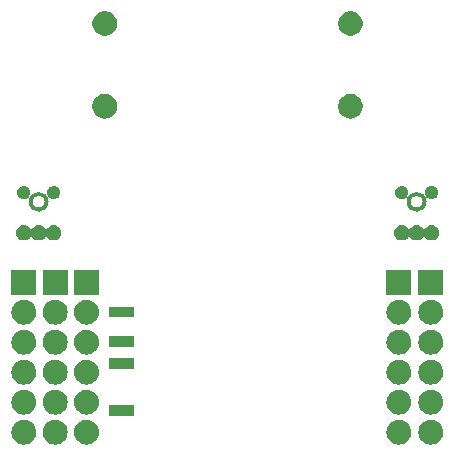
<source format=gbr>
G04 #@! TF.GenerationSoftware,KiCad,Pcbnew,(5.0.1-3-g963ef8bb5)*
G04 #@! TF.CreationDate,2019-01-09T17:43:23-05:00*
G04 #@! TF.ProjectId,Tympan_AIC_Shield,54796D70616E5F4149435F536869656C,rev?*
G04 #@! TF.SameCoordinates,PX6d878d0PY5279480*
G04 #@! TF.FileFunction,Soldermask,Bot*
G04 #@! TF.FilePolarity,Negative*
%FSLAX46Y46*%
G04 Gerber Fmt 4.6, Leading zero omitted, Abs format (unit mm)*
G04 Created by KiCad (PCBNEW (5.0.1-3-g963ef8bb5)) date Wednesday, January 09, 2019 at 05:43:23 PM*
%MOMM*%
%LPD*%
G01*
G04 APERTURE LIST*
%ADD10C,0.300000*%
%ADD11C,0.100000*%
G04 APERTURE END LIST*
D10*
G04 #@! TO.C,MIC2*
X3675250Y21500000D02*
G75*
G03X3675250Y21500000I-675250J0D01*
G01*
G04 #@! TO.C,MIC1*
X35675250Y21500000D02*
G75*
G03X35675250Y21500000I-675250J0D01*
G01*
D11*
G36*
X36328707Y3042404D02*
X36405836Y3034807D01*
X36537787Y2994780D01*
X36603763Y2974767D01*
X36786172Y2877267D01*
X36946054Y2746054D01*
X37077267Y2586172D01*
X37174767Y2403763D01*
X37174767Y2403762D01*
X37234807Y2205836D01*
X37255080Y2000000D01*
X37234807Y1794164D01*
X37194780Y1662213D01*
X37174767Y1596237D01*
X37077267Y1413828D01*
X36946054Y1253946D01*
X36786172Y1122733D01*
X36603763Y1025233D01*
X36537787Y1005220D01*
X36405836Y965193D01*
X36328707Y957597D01*
X36251580Y950000D01*
X36148420Y950000D01*
X36071293Y957597D01*
X35994164Y965193D01*
X35862213Y1005220D01*
X35796237Y1025233D01*
X35613828Y1122733D01*
X35453946Y1253946D01*
X35322733Y1413828D01*
X35225233Y1596237D01*
X35205220Y1662213D01*
X35165193Y1794164D01*
X35144920Y2000000D01*
X35165193Y2205836D01*
X35225233Y2403762D01*
X35225233Y2403763D01*
X35322733Y2586172D01*
X35453946Y2746054D01*
X35613828Y2877267D01*
X35796237Y2974767D01*
X35862213Y2994780D01*
X35994164Y3034807D01*
X36071293Y3042404D01*
X36148420Y3050000D01*
X36251580Y3050000D01*
X36328707Y3042404D01*
X36328707Y3042404D01*
G37*
G36*
X33628707Y3042404D02*
X33705836Y3034807D01*
X33837787Y2994780D01*
X33903763Y2974767D01*
X34086172Y2877267D01*
X34246054Y2746054D01*
X34377267Y2586172D01*
X34474767Y2403763D01*
X34474767Y2403762D01*
X34534807Y2205836D01*
X34555080Y2000000D01*
X34534807Y1794164D01*
X34494780Y1662213D01*
X34474767Y1596237D01*
X34377267Y1413828D01*
X34246054Y1253946D01*
X34086172Y1122733D01*
X33903763Y1025233D01*
X33837787Y1005220D01*
X33705836Y965193D01*
X33628707Y957597D01*
X33551580Y950000D01*
X33448420Y950000D01*
X33371293Y957597D01*
X33294164Y965193D01*
X33162213Y1005220D01*
X33096237Y1025233D01*
X32913828Y1122733D01*
X32753946Y1253946D01*
X32622733Y1413828D01*
X32525233Y1596237D01*
X32505220Y1662213D01*
X32465193Y1794164D01*
X32444920Y2000000D01*
X32465193Y2205836D01*
X32525233Y2403762D01*
X32525233Y2403763D01*
X32622733Y2586172D01*
X32753946Y2746054D01*
X32913828Y2877267D01*
X33096237Y2974767D01*
X33162213Y2994780D01*
X33294164Y3034807D01*
X33371293Y3042404D01*
X33448420Y3050000D01*
X33551580Y3050000D01*
X33628707Y3042404D01*
X33628707Y3042404D01*
G37*
G36*
X7178707Y3042404D02*
X7255836Y3034807D01*
X7387787Y2994780D01*
X7453763Y2974767D01*
X7636172Y2877267D01*
X7796054Y2746054D01*
X7927267Y2586172D01*
X8024767Y2403763D01*
X8024767Y2403762D01*
X8084807Y2205836D01*
X8105080Y2000000D01*
X8084807Y1794164D01*
X8044780Y1662213D01*
X8024767Y1596237D01*
X7927267Y1413828D01*
X7796054Y1253946D01*
X7636172Y1122733D01*
X7453763Y1025233D01*
X7387787Y1005220D01*
X7255836Y965193D01*
X7178707Y957597D01*
X7101580Y950000D01*
X6998420Y950000D01*
X6921293Y957597D01*
X6844164Y965193D01*
X6712213Y1005220D01*
X6646237Y1025233D01*
X6463828Y1122733D01*
X6303946Y1253946D01*
X6172733Y1413828D01*
X6075233Y1596237D01*
X6055220Y1662213D01*
X6015193Y1794164D01*
X5994920Y2000000D01*
X6015193Y2205836D01*
X6075233Y2403762D01*
X6075233Y2403763D01*
X6172733Y2586172D01*
X6303946Y2746054D01*
X6463828Y2877267D01*
X6646237Y2974767D01*
X6712213Y2994780D01*
X6844164Y3034807D01*
X6921293Y3042404D01*
X6998420Y3050000D01*
X7101580Y3050000D01*
X7178707Y3042404D01*
X7178707Y3042404D01*
G37*
G36*
X4528707Y3042404D02*
X4605836Y3034807D01*
X4737787Y2994780D01*
X4803763Y2974767D01*
X4986172Y2877267D01*
X5146054Y2746054D01*
X5277267Y2586172D01*
X5374767Y2403763D01*
X5374767Y2403762D01*
X5434807Y2205836D01*
X5455080Y2000000D01*
X5434807Y1794164D01*
X5394780Y1662213D01*
X5374767Y1596237D01*
X5277267Y1413828D01*
X5146054Y1253946D01*
X4986172Y1122733D01*
X4803763Y1025233D01*
X4737787Y1005220D01*
X4605836Y965193D01*
X4528707Y957597D01*
X4451580Y950000D01*
X4348420Y950000D01*
X4271293Y957597D01*
X4194164Y965193D01*
X4062213Y1005220D01*
X3996237Y1025233D01*
X3813828Y1122733D01*
X3653946Y1253946D01*
X3522733Y1413828D01*
X3425233Y1596237D01*
X3405220Y1662213D01*
X3365193Y1794164D01*
X3344920Y2000000D01*
X3365193Y2205836D01*
X3425233Y2403762D01*
X3425233Y2403763D01*
X3522733Y2586172D01*
X3653946Y2746054D01*
X3813828Y2877267D01*
X3996237Y2974767D01*
X4062213Y2994780D01*
X4194164Y3034807D01*
X4271293Y3042404D01*
X4348420Y3050000D01*
X4451580Y3050000D01*
X4528707Y3042404D01*
X4528707Y3042404D01*
G37*
G36*
X1878707Y3042404D02*
X1955836Y3034807D01*
X2087787Y2994780D01*
X2153763Y2974767D01*
X2336172Y2877267D01*
X2496054Y2746054D01*
X2627267Y2586172D01*
X2724767Y2403763D01*
X2724767Y2403762D01*
X2784807Y2205836D01*
X2805080Y2000000D01*
X2784807Y1794164D01*
X2744780Y1662213D01*
X2724767Y1596237D01*
X2627267Y1413828D01*
X2496054Y1253946D01*
X2336172Y1122733D01*
X2153763Y1025233D01*
X2087787Y1005220D01*
X1955836Y965193D01*
X1878707Y957597D01*
X1801580Y950000D01*
X1698420Y950000D01*
X1621293Y957597D01*
X1544164Y965193D01*
X1412213Y1005220D01*
X1346237Y1025233D01*
X1163828Y1122733D01*
X1003946Y1253946D01*
X872733Y1413828D01*
X775233Y1596237D01*
X755220Y1662213D01*
X715193Y1794164D01*
X694920Y2000000D01*
X715193Y2205836D01*
X775233Y2403762D01*
X775233Y2403763D01*
X872733Y2586172D01*
X1003946Y2746054D01*
X1163828Y2877267D01*
X1346237Y2974767D01*
X1412213Y2994780D01*
X1544164Y3034807D01*
X1621293Y3042404D01*
X1698420Y3050000D01*
X1801580Y3050000D01*
X1878707Y3042404D01*
X1878707Y3042404D01*
G37*
G36*
X11050000Y3400000D02*
X8950000Y3400000D01*
X8950000Y4300000D01*
X11050000Y4300000D01*
X11050000Y3400000D01*
X11050000Y3400000D01*
G37*
G36*
X36328707Y5582403D02*
X36405836Y5574807D01*
X36537787Y5534780D01*
X36603763Y5514767D01*
X36786172Y5417267D01*
X36946054Y5286054D01*
X37077267Y5126172D01*
X37174767Y4943763D01*
X37174767Y4943762D01*
X37234807Y4745836D01*
X37255080Y4540000D01*
X37234807Y4334164D01*
X37224443Y4300000D01*
X37174767Y4136237D01*
X37077267Y3953828D01*
X36946054Y3793946D01*
X36786172Y3662733D01*
X36603763Y3565233D01*
X36537787Y3545220D01*
X36405836Y3505193D01*
X36328707Y3497597D01*
X36251580Y3490000D01*
X36148420Y3490000D01*
X36071293Y3497597D01*
X35994164Y3505193D01*
X35862213Y3545220D01*
X35796237Y3565233D01*
X35613828Y3662733D01*
X35453946Y3793946D01*
X35322733Y3953828D01*
X35225233Y4136237D01*
X35175557Y4300000D01*
X35165193Y4334164D01*
X35144920Y4540000D01*
X35165193Y4745836D01*
X35225233Y4943762D01*
X35225233Y4943763D01*
X35322733Y5126172D01*
X35453946Y5286054D01*
X35613828Y5417267D01*
X35796237Y5514767D01*
X35862213Y5534780D01*
X35994164Y5574807D01*
X36071293Y5582403D01*
X36148420Y5590000D01*
X36251580Y5590000D01*
X36328707Y5582403D01*
X36328707Y5582403D01*
G37*
G36*
X33628707Y5582403D02*
X33705836Y5574807D01*
X33837787Y5534780D01*
X33903763Y5514767D01*
X34086172Y5417267D01*
X34246054Y5286054D01*
X34377267Y5126172D01*
X34474767Y4943763D01*
X34474767Y4943762D01*
X34534807Y4745836D01*
X34555080Y4540000D01*
X34534807Y4334164D01*
X34524443Y4300000D01*
X34474767Y4136237D01*
X34377267Y3953828D01*
X34246054Y3793946D01*
X34086172Y3662733D01*
X33903763Y3565233D01*
X33837787Y3545220D01*
X33705836Y3505193D01*
X33628707Y3497597D01*
X33551580Y3490000D01*
X33448420Y3490000D01*
X33371293Y3497597D01*
X33294164Y3505193D01*
X33162213Y3545220D01*
X33096237Y3565233D01*
X32913828Y3662733D01*
X32753946Y3793946D01*
X32622733Y3953828D01*
X32525233Y4136237D01*
X32475557Y4300000D01*
X32465193Y4334164D01*
X32444920Y4540000D01*
X32465193Y4745836D01*
X32525233Y4943762D01*
X32525233Y4943763D01*
X32622733Y5126172D01*
X32753946Y5286054D01*
X32913828Y5417267D01*
X33096237Y5514767D01*
X33162213Y5534780D01*
X33294164Y5574807D01*
X33371293Y5582403D01*
X33448420Y5590000D01*
X33551580Y5590000D01*
X33628707Y5582403D01*
X33628707Y5582403D01*
G37*
G36*
X7178707Y5582403D02*
X7255836Y5574807D01*
X7387787Y5534780D01*
X7453763Y5514767D01*
X7636172Y5417267D01*
X7796054Y5286054D01*
X7927267Y5126172D01*
X8024767Y4943763D01*
X8024767Y4943762D01*
X8084807Y4745836D01*
X8105080Y4540000D01*
X8084807Y4334164D01*
X8074443Y4300000D01*
X8024767Y4136237D01*
X7927267Y3953828D01*
X7796054Y3793946D01*
X7636172Y3662733D01*
X7453763Y3565233D01*
X7387787Y3545220D01*
X7255836Y3505193D01*
X7178707Y3497597D01*
X7101580Y3490000D01*
X6998420Y3490000D01*
X6921293Y3497597D01*
X6844164Y3505193D01*
X6712213Y3545220D01*
X6646237Y3565233D01*
X6463828Y3662733D01*
X6303946Y3793946D01*
X6172733Y3953828D01*
X6075233Y4136237D01*
X6025557Y4300000D01*
X6015193Y4334164D01*
X5994920Y4540000D01*
X6015193Y4745836D01*
X6075233Y4943762D01*
X6075233Y4943763D01*
X6172733Y5126172D01*
X6303946Y5286054D01*
X6463828Y5417267D01*
X6646237Y5514767D01*
X6712213Y5534780D01*
X6844164Y5574807D01*
X6921293Y5582403D01*
X6998420Y5590000D01*
X7101580Y5590000D01*
X7178707Y5582403D01*
X7178707Y5582403D01*
G37*
G36*
X4528707Y5582403D02*
X4605836Y5574807D01*
X4737787Y5534780D01*
X4803763Y5514767D01*
X4986172Y5417267D01*
X5146054Y5286054D01*
X5277267Y5126172D01*
X5374767Y4943763D01*
X5374767Y4943762D01*
X5434807Y4745836D01*
X5455080Y4540000D01*
X5434807Y4334164D01*
X5424443Y4300000D01*
X5374767Y4136237D01*
X5277267Y3953828D01*
X5146054Y3793946D01*
X4986172Y3662733D01*
X4803763Y3565233D01*
X4737787Y3545220D01*
X4605836Y3505193D01*
X4528707Y3497597D01*
X4451580Y3490000D01*
X4348420Y3490000D01*
X4271293Y3497597D01*
X4194164Y3505193D01*
X4062213Y3545220D01*
X3996237Y3565233D01*
X3813828Y3662733D01*
X3653946Y3793946D01*
X3522733Y3953828D01*
X3425233Y4136237D01*
X3375557Y4300000D01*
X3365193Y4334164D01*
X3344920Y4540000D01*
X3365193Y4745836D01*
X3425233Y4943762D01*
X3425233Y4943763D01*
X3522733Y5126172D01*
X3653946Y5286054D01*
X3813828Y5417267D01*
X3996237Y5514767D01*
X4062213Y5534780D01*
X4194164Y5574807D01*
X4271293Y5582403D01*
X4348420Y5590000D01*
X4451580Y5590000D01*
X4528707Y5582403D01*
X4528707Y5582403D01*
G37*
G36*
X1878707Y5582403D02*
X1955836Y5574807D01*
X2087787Y5534780D01*
X2153763Y5514767D01*
X2336172Y5417267D01*
X2496054Y5286054D01*
X2627267Y5126172D01*
X2724767Y4943763D01*
X2724767Y4943762D01*
X2784807Y4745836D01*
X2805080Y4540000D01*
X2784807Y4334164D01*
X2774443Y4300000D01*
X2724767Y4136237D01*
X2627267Y3953828D01*
X2496054Y3793946D01*
X2336172Y3662733D01*
X2153763Y3565233D01*
X2087787Y3545220D01*
X1955836Y3505193D01*
X1878707Y3497597D01*
X1801580Y3490000D01*
X1698420Y3490000D01*
X1621293Y3497597D01*
X1544164Y3505193D01*
X1412213Y3545220D01*
X1346237Y3565233D01*
X1163828Y3662733D01*
X1003946Y3793946D01*
X872733Y3953828D01*
X775233Y4136237D01*
X725557Y4300000D01*
X715193Y4334164D01*
X694920Y4540000D01*
X715193Y4745836D01*
X775233Y4943762D01*
X775233Y4943763D01*
X872733Y5126172D01*
X1003946Y5286054D01*
X1163828Y5417267D01*
X1346237Y5514767D01*
X1412213Y5534780D01*
X1544164Y5574807D01*
X1621293Y5582403D01*
X1698420Y5590000D01*
X1801580Y5590000D01*
X1878707Y5582403D01*
X1878707Y5582403D01*
G37*
G36*
X36328707Y8122403D02*
X36405836Y8114807D01*
X36537787Y8074780D01*
X36603763Y8054767D01*
X36786172Y7957267D01*
X36946054Y7826054D01*
X37077267Y7666172D01*
X37174767Y7483763D01*
X37174767Y7483762D01*
X37234807Y7285836D01*
X37255080Y7080000D01*
X37234807Y6874164D01*
X37194780Y6742213D01*
X37174767Y6676237D01*
X37077267Y6493828D01*
X36946054Y6333946D01*
X36786172Y6202733D01*
X36603763Y6105233D01*
X36537787Y6085220D01*
X36405836Y6045193D01*
X36328707Y6037596D01*
X36251580Y6030000D01*
X36148420Y6030000D01*
X36071293Y6037596D01*
X35994164Y6045193D01*
X35862213Y6085220D01*
X35796237Y6105233D01*
X35613828Y6202733D01*
X35453946Y6333946D01*
X35322733Y6493828D01*
X35225233Y6676237D01*
X35205220Y6742213D01*
X35165193Y6874164D01*
X35144920Y7080000D01*
X35165193Y7285836D01*
X35225233Y7483762D01*
X35225233Y7483763D01*
X35322733Y7666172D01*
X35453946Y7826054D01*
X35613828Y7957267D01*
X35796237Y8054767D01*
X35862213Y8074780D01*
X35994164Y8114807D01*
X36071293Y8122403D01*
X36148420Y8130000D01*
X36251580Y8130000D01*
X36328707Y8122403D01*
X36328707Y8122403D01*
G37*
G36*
X4528707Y8122403D02*
X4605836Y8114807D01*
X4737787Y8074780D01*
X4803763Y8054767D01*
X4986172Y7957267D01*
X5146054Y7826054D01*
X5277267Y7666172D01*
X5374767Y7483763D01*
X5374767Y7483762D01*
X5434807Y7285836D01*
X5455080Y7080000D01*
X5434807Y6874164D01*
X5394780Y6742213D01*
X5374767Y6676237D01*
X5277267Y6493828D01*
X5146054Y6333946D01*
X4986172Y6202733D01*
X4803763Y6105233D01*
X4737787Y6085220D01*
X4605836Y6045193D01*
X4528707Y6037596D01*
X4451580Y6030000D01*
X4348420Y6030000D01*
X4271293Y6037596D01*
X4194164Y6045193D01*
X4062213Y6085220D01*
X3996237Y6105233D01*
X3813828Y6202733D01*
X3653946Y6333946D01*
X3522733Y6493828D01*
X3425233Y6676237D01*
X3405220Y6742213D01*
X3365193Y6874164D01*
X3344920Y7080000D01*
X3365193Y7285836D01*
X3425233Y7483762D01*
X3425233Y7483763D01*
X3522733Y7666172D01*
X3653946Y7826054D01*
X3813828Y7957267D01*
X3996237Y8054767D01*
X4062213Y8074780D01*
X4194164Y8114807D01*
X4271293Y8122403D01*
X4348420Y8130000D01*
X4451580Y8130000D01*
X4528707Y8122403D01*
X4528707Y8122403D01*
G37*
G36*
X33628707Y8122403D02*
X33705836Y8114807D01*
X33837787Y8074780D01*
X33903763Y8054767D01*
X34086172Y7957267D01*
X34246054Y7826054D01*
X34377267Y7666172D01*
X34474767Y7483763D01*
X34474767Y7483762D01*
X34534807Y7285836D01*
X34555080Y7080000D01*
X34534807Y6874164D01*
X34494780Y6742213D01*
X34474767Y6676237D01*
X34377267Y6493828D01*
X34246054Y6333946D01*
X34086172Y6202733D01*
X33903763Y6105233D01*
X33837787Y6085220D01*
X33705836Y6045193D01*
X33628707Y6037596D01*
X33551580Y6030000D01*
X33448420Y6030000D01*
X33371293Y6037596D01*
X33294164Y6045193D01*
X33162213Y6085220D01*
X33096237Y6105233D01*
X32913828Y6202733D01*
X32753946Y6333946D01*
X32622733Y6493828D01*
X32525233Y6676237D01*
X32505220Y6742213D01*
X32465193Y6874164D01*
X32444920Y7080000D01*
X32465193Y7285836D01*
X32525233Y7483762D01*
X32525233Y7483763D01*
X32622733Y7666172D01*
X32753946Y7826054D01*
X32913828Y7957267D01*
X33096237Y8054767D01*
X33162213Y8074780D01*
X33294164Y8114807D01*
X33371293Y8122403D01*
X33448420Y8130000D01*
X33551580Y8130000D01*
X33628707Y8122403D01*
X33628707Y8122403D01*
G37*
G36*
X7178707Y8122403D02*
X7255836Y8114807D01*
X7387787Y8074780D01*
X7453763Y8054767D01*
X7636172Y7957267D01*
X7796054Y7826054D01*
X7927267Y7666172D01*
X8024767Y7483763D01*
X8024767Y7483762D01*
X8084807Y7285836D01*
X8105080Y7080000D01*
X8084807Y6874164D01*
X8044780Y6742213D01*
X8024767Y6676237D01*
X7927267Y6493828D01*
X7796054Y6333946D01*
X7636172Y6202733D01*
X7453763Y6105233D01*
X7387787Y6085220D01*
X7255836Y6045193D01*
X7178707Y6037596D01*
X7101580Y6030000D01*
X6998420Y6030000D01*
X6921293Y6037596D01*
X6844164Y6045193D01*
X6712213Y6085220D01*
X6646237Y6105233D01*
X6463828Y6202733D01*
X6303946Y6333946D01*
X6172733Y6493828D01*
X6075233Y6676237D01*
X6055220Y6742213D01*
X6015193Y6874164D01*
X5994920Y7080000D01*
X6015193Y7285836D01*
X6075233Y7483762D01*
X6075233Y7483763D01*
X6172733Y7666172D01*
X6303946Y7826054D01*
X6463828Y7957267D01*
X6646237Y8054767D01*
X6712213Y8074780D01*
X6844164Y8114807D01*
X6921293Y8122403D01*
X6998420Y8130000D01*
X7101580Y8130000D01*
X7178707Y8122403D01*
X7178707Y8122403D01*
G37*
G36*
X1878707Y8122403D02*
X1955836Y8114807D01*
X2087787Y8074780D01*
X2153763Y8054767D01*
X2336172Y7957267D01*
X2496054Y7826054D01*
X2627267Y7666172D01*
X2724767Y7483763D01*
X2724767Y7483762D01*
X2784807Y7285836D01*
X2805080Y7080000D01*
X2784807Y6874164D01*
X2744780Y6742213D01*
X2724767Y6676237D01*
X2627267Y6493828D01*
X2496054Y6333946D01*
X2336172Y6202733D01*
X2153763Y6105233D01*
X2087787Y6085220D01*
X1955836Y6045193D01*
X1878707Y6037596D01*
X1801580Y6030000D01*
X1698420Y6030000D01*
X1621293Y6037596D01*
X1544164Y6045193D01*
X1412213Y6085220D01*
X1346237Y6105233D01*
X1163828Y6202733D01*
X1003946Y6333946D01*
X872733Y6493828D01*
X775233Y6676237D01*
X755220Y6742213D01*
X715193Y6874164D01*
X694920Y7080000D01*
X715193Y7285836D01*
X775233Y7483762D01*
X775233Y7483763D01*
X872733Y7666172D01*
X1003946Y7826054D01*
X1163828Y7957267D01*
X1346237Y8054767D01*
X1412213Y8074780D01*
X1544164Y8114807D01*
X1621293Y8122403D01*
X1698420Y8130000D01*
X1801580Y8130000D01*
X1878707Y8122403D01*
X1878707Y8122403D01*
G37*
G36*
X11050000Y7375000D02*
X8950000Y7375000D01*
X8950000Y8275000D01*
X11050000Y8275000D01*
X11050000Y7375000D01*
X11050000Y7375000D01*
G37*
G36*
X33628707Y10662403D02*
X33705836Y10654807D01*
X33837787Y10614780D01*
X33903763Y10594767D01*
X34086172Y10497267D01*
X34246054Y10366054D01*
X34377267Y10206172D01*
X34474767Y10023763D01*
X34474767Y10023762D01*
X34534807Y9825836D01*
X34555080Y9620000D01*
X34534807Y9414164D01*
X34494780Y9282213D01*
X34474767Y9216237D01*
X34377267Y9033828D01*
X34246054Y8873946D01*
X34086172Y8742733D01*
X33903763Y8645233D01*
X33837787Y8625220D01*
X33705836Y8585193D01*
X33628707Y8577597D01*
X33551580Y8570000D01*
X33448420Y8570000D01*
X33371293Y8577597D01*
X33294164Y8585193D01*
X33162213Y8625220D01*
X33096237Y8645233D01*
X32913828Y8742733D01*
X32753946Y8873946D01*
X32622733Y9033828D01*
X32525233Y9216237D01*
X32505220Y9282213D01*
X32465193Y9414164D01*
X32444920Y9620000D01*
X32465193Y9825836D01*
X32525233Y10023762D01*
X32525233Y10023763D01*
X32622733Y10206172D01*
X32753946Y10366054D01*
X32913828Y10497267D01*
X33096237Y10594767D01*
X33162213Y10614780D01*
X33294164Y10654807D01*
X33371293Y10662403D01*
X33448420Y10670000D01*
X33551580Y10670000D01*
X33628707Y10662403D01*
X33628707Y10662403D01*
G37*
G36*
X1878707Y10662403D02*
X1955836Y10654807D01*
X2087787Y10614780D01*
X2153763Y10594767D01*
X2336172Y10497267D01*
X2496054Y10366054D01*
X2627267Y10206172D01*
X2724767Y10023763D01*
X2724767Y10023762D01*
X2784807Y9825836D01*
X2805080Y9620000D01*
X2784807Y9414164D01*
X2744780Y9282213D01*
X2724767Y9216237D01*
X2627267Y9033828D01*
X2496054Y8873946D01*
X2336172Y8742733D01*
X2153763Y8645233D01*
X2087787Y8625220D01*
X1955836Y8585193D01*
X1878707Y8577597D01*
X1801580Y8570000D01*
X1698420Y8570000D01*
X1621293Y8577597D01*
X1544164Y8585193D01*
X1412213Y8625220D01*
X1346237Y8645233D01*
X1163828Y8742733D01*
X1003946Y8873946D01*
X872733Y9033828D01*
X775233Y9216237D01*
X755220Y9282213D01*
X715193Y9414164D01*
X694920Y9620000D01*
X715193Y9825836D01*
X775233Y10023762D01*
X775233Y10023763D01*
X872733Y10206172D01*
X1003946Y10366054D01*
X1163828Y10497267D01*
X1346237Y10594767D01*
X1412213Y10614780D01*
X1544164Y10654807D01*
X1621293Y10662403D01*
X1698420Y10670000D01*
X1801580Y10670000D01*
X1878707Y10662403D01*
X1878707Y10662403D01*
G37*
G36*
X7178707Y10662403D02*
X7255836Y10654807D01*
X7387787Y10614780D01*
X7453763Y10594767D01*
X7636172Y10497267D01*
X7796054Y10366054D01*
X7927267Y10206172D01*
X8024767Y10023763D01*
X8024767Y10023762D01*
X8084807Y9825836D01*
X8105080Y9620000D01*
X8084807Y9414164D01*
X8044780Y9282213D01*
X8024767Y9216237D01*
X7927267Y9033828D01*
X7796054Y8873946D01*
X7636172Y8742733D01*
X7453763Y8645233D01*
X7387787Y8625220D01*
X7255836Y8585193D01*
X7178707Y8577597D01*
X7101580Y8570000D01*
X6998420Y8570000D01*
X6921293Y8577597D01*
X6844164Y8585193D01*
X6712213Y8625220D01*
X6646237Y8645233D01*
X6463828Y8742733D01*
X6303946Y8873946D01*
X6172733Y9033828D01*
X6075233Y9216237D01*
X6055220Y9282213D01*
X6015193Y9414164D01*
X5994920Y9620000D01*
X6015193Y9825836D01*
X6075233Y10023762D01*
X6075233Y10023763D01*
X6172733Y10206172D01*
X6303946Y10366054D01*
X6463828Y10497267D01*
X6646237Y10594767D01*
X6712213Y10614780D01*
X6844164Y10654807D01*
X6921293Y10662403D01*
X6998420Y10670000D01*
X7101580Y10670000D01*
X7178707Y10662403D01*
X7178707Y10662403D01*
G37*
G36*
X4528707Y10662403D02*
X4605836Y10654807D01*
X4737787Y10614780D01*
X4803763Y10594767D01*
X4986172Y10497267D01*
X5146054Y10366054D01*
X5277267Y10206172D01*
X5374767Y10023763D01*
X5374767Y10023762D01*
X5434807Y9825836D01*
X5455080Y9620000D01*
X5434807Y9414164D01*
X5394780Y9282213D01*
X5374767Y9216237D01*
X5277267Y9033828D01*
X5146054Y8873946D01*
X4986172Y8742733D01*
X4803763Y8645233D01*
X4737787Y8625220D01*
X4605836Y8585193D01*
X4528707Y8577597D01*
X4451580Y8570000D01*
X4348420Y8570000D01*
X4271293Y8577597D01*
X4194164Y8585193D01*
X4062213Y8625220D01*
X3996237Y8645233D01*
X3813828Y8742733D01*
X3653946Y8873946D01*
X3522733Y9033828D01*
X3425233Y9216237D01*
X3405220Y9282213D01*
X3365193Y9414164D01*
X3344920Y9620000D01*
X3365193Y9825836D01*
X3425233Y10023762D01*
X3425233Y10023763D01*
X3522733Y10206172D01*
X3653946Y10366054D01*
X3813828Y10497267D01*
X3996237Y10594767D01*
X4062213Y10614780D01*
X4194164Y10654807D01*
X4271293Y10662403D01*
X4348420Y10670000D01*
X4451580Y10670000D01*
X4528707Y10662403D01*
X4528707Y10662403D01*
G37*
G36*
X36328707Y10662403D02*
X36405836Y10654807D01*
X36537787Y10614780D01*
X36603763Y10594767D01*
X36786172Y10497267D01*
X36946054Y10366054D01*
X37077267Y10206172D01*
X37174767Y10023763D01*
X37174767Y10023762D01*
X37234807Y9825836D01*
X37255080Y9620000D01*
X37234807Y9414164D01*
X37194780Y9282213D01*
X37174767Y9216237D01*
X37077267Y9033828D01*
X36946054Y8873946D01*
X36786172Y8742733D01*
X36603763Y8645233D01*
X36537787Y8625220D01*
X36405836Y8585193D01*
X36328707Y8577597D01*
X36251580Y8570000D01*
X36148420Y8570000D01*
X36071293Y8577597D01*
X35994164Y8585193D01*
X35862213Y8625220D01*
X35796237Y8645233D01*
X35613828Y8742733D01*
X35453946Y8873946D01*
X35322733Y9033828D01*
X35225233Y9216237D01*
X35205220Y9282213D01*
X35165193Y9414164D01*
X35144920Y9620000D01*
X35165193Y9825836D01*
X35225233Y10023762D01*
X35225233Y10023763D01*
X35322733Y10206172D01*
X35453946Y10366054D01*
X35613828Y10497267D01*
X35796237Y10594767D01*
X35862213Y10614780D01*
X35994164Y10654807D01*
X36071293Y10662403D01*
X36148420Y10670000D01*
X36251580Y10670000D01*
X36328707Y10662403D01*
X36328707Y10662403D01*
G37*
G36*
X11050000Y9200000D02*
X8950000Y9200000D01*
X8950000Y10100000D01*
X11050000Y10100000D01*
X11050000Y9200000D01*
X11050000Y9200000D01*
G37*
G36*
X33628707Y13202403D02*
X33705836Y13194807D01*
X33837787Y13154780D01*
X33903763Y13134767D01*
X34086172Y13037267D01*
X34246054Y12906054D01*
X34377267Y12746172D01*
X34474767Y12563763D01*
X34474767Y12563762D01*
X34534807Y12365836D01*
X34555080Y12160000D01*
X34534807Y11954164D01*
X34494780Y11822213D01*
X34474767Y11756237D01*
X34377267Y11573828D01*
X34246054Y11413946D01*
X34086172Y11282733D01*
X33903763Y11185233D01*
X33837787Y11165220D01*
X33705836Y11125193D01*
X33628707Y11117596D01*
X33551580Y11110000D01*
X33448420Y11110000D01*
X33371293Y11117596D01*
X33294164Y11125193D01*
X33162213Y11165220D01*
X33096237Y11185233D01*
X32913828Y11282733D01*
X32753946Y11413946D01*
X32622733Y11573828D01*
X32525233Y11756237D01*
X32505220Y11822213D01*
X32465193Y11954164D01*
X32444920Y12160000D01*
X32465193Y12365836D01*
X32525233Y12563762D01*
X32525233Y12563763D01*
X32622733Y12746172D01*
X32753946Y12906054D01*
X32913828Y13037267D01*
X33096237Y13134767D01*
X33162213Y13154780D01*
X33294164Y13194807D01*
X33371293Y13202403D01*
X33448420Y13210000D01*
X33551580Y13210000D01*
X33628707Y13202403D01*
X33628707Y13202403D01*
G37*
G36*
X1878707Y13202403D02*
X1955836Y13194807D01*
X2087787Y13154780D01*
X2153763Y13134767D01*
X2336172Y13037267D01*
X2496054Y12906054D01*
X2627267Y12746172D01*
X2724767Y12563763D01*
X2724767Y12563762D01*
X2784807Y12365836D01*
X2805080Y12160000D01*
X2784807Y11954164D01*
X2744780Y11822213D01*
X2724767Y11756237D01*
X2627267Y11573828D01*
X2496054Y11413946D01*
X2336172Y11282733D01*
X2153763Y11185233D01*
X2087787Y11165220D01*
X1955836Y11125193D01*
X1878707Y11117596D01*
X1801580Y11110000D01*
X1698420Y11110000D01*
X1621293Y11117596D01*
X1544164Y11125193D01*
X1412213Y11165220D01*
X1346237Y11185233D01*
X1163828Y11282733D01*
X1003946Y11413946D01*
X872733Y11573828D01*
X775233Y11756237D01*
X755220Y11822213D01*
X715193Y11954164D01*
X694920Y12160000D01*
X715193Y12365836D01*
X775233Y12563762D01*
X775233Y12563763D01*
X872733Y12746172D01*
X1003946Y12906054D01*
X1163828Y13037267D01*
X1346237Y13134767D01*
X1412213Y13154780D01*
X1544164Y13194807D01*
X1621293Y13202403D01*
X1698420Y13210000D01*
X1801580Y13210000D01*
X1878707Y13202403D01*
X1878707Y13202403D01*
G37*
G36*
X7178707Y13202403D02*
X7255836Y13194807D01*
X7387787Y13154780D01*
X7453763Y13134767D01*
X7636172Y13037267D01*
X7796054Y12906054D01*
X7927267Y12746172D01*
X8024767Y12563763D01*
X8024767Y12563762D01*
X8084807Y12365836D01*
X8105080Y12160000D01*
X8084807Y11954164D01*
X8044780Y11822213D01*
X8024767Y11756237D01*
X7927267Y11573828D01*
X7796054Y11413946D01*
X7636172Y11282733D01*
X7453763Y11185233D01*
X7387787Y11165220D01*
X7255836Y11125193D01*
X7178707Y11117596D01*
X7101580Y11110000D01*
X6998420Y11110000D01*
X6921293Y11117596D01*
X6844164Y11125193D01*
X6712213Y11165220D01*
X6646237Y11185233D01*
X6463828Y11282733D01*
X6303946Y11413946D01*
X6172733Y11573828D01*
X6075233Y11756237D01*
X6055220Y11822213D01*
X6015193Y11954164D01*
X5994920Y12160000D01*
X6015193Y12365836D01*
X6075233Y12563762D01*
X6075233Y12563763D01*
X6172733Y12746172D01*
X6303946Y12906054D01*
X6463828Y13037267D01*
X6646237Y13134767D01*
X6712213Y13154780D01*
X6844164Y13194807D01*
X6921293Y13202403D01*
X6998420Y13210000D01*
X7101580Y13210000D01*
X7178707Y13202403D01*
X7178707Y13202403D01*
G37*
G36*
X4528707Y13202403D02*
X4605836Y13194807D01*
X4737787Y13154780D01*
X4803763Y13134767D01*
X4986172Y13037267D01*
X5146054Y12906054D01*
X5277267Y12746172D01*
X5374767Y12563763D01*
X5374767Y12563762D01*
X5434807Y12365836D01*
X5455080Y12160000D01*
X5434807Y11954164D01*
X5394780Y11822213D01*
X5374767Y11756237D01*
X5277267Y11573828D01*
X5146054Y11413946D01*
X4986172Y11282733D01*
X4803763Y11185233D01*
X4737787Y11165220D01*
X4605836Y11125193D01*
X4528707Y11117596D01*
X4451580Y11110000D01*
X4348420Y11110000D01*
X4271293Y11117596D01*
X4194164Y11125193D01*
X4062213Y11165220D01*
X3996237Y11185233D01*
X3813828Y11282733D01*
X3653946Y11413946D01*
X3522733Y11573828D01*
X3425233Y11756237D01*
X3405220Y11822213D01*
X3365193Y11954164D01*
X3344920Y12160000D01*
X3365193Y12365836D01*
X3425233Y12563762D01*
X3425233Y12563763D01*
X3522733Y12746172D01*
X3653946Y12906054D01*
X3813828Y13037267D01*
X3996237Y13134767D01*
X4062213Y13154780D01*
X4194164Y13194807D01*
X4271293Y13202403D01*
X4348420Y13210000D01*
X4451580Y13210000D01*
X4528707Y13202403D01*
X4528707Y13202403D01*
G37*
G36*
X36328707Y13202403D02*
X36405836Y13194807D01*
X36537787Y13154780D01*
X36603763Y13134767D01*
X36786172Y13037267D01*
X36946054Y12906054D01*
X37077267Y12746172D01*
X37174767Y12563763D01*
X37174767Y12563762D01*
X37234807Y12365836D01*
X37255080Y12160000D01*
X37234807Y11954164D01*
X37194780Y11822213D01*
X37174767Y11756237D01*
X37077267Y11573828D01*
X36946054Y11413946D01*
X36786172Y11282733D01*
X36603763Y11185233D01*
X36537787Y11165220D01*
X36405836Y11125193D01*
X36328707Y11117596D01*
X36251580Y11110000D01*
X36148420Y11110000D01*
X36071293Y11117596D01*
X35994164Y11125193D01*
X35862213Y11165220D01*
X35796237Y11185233D01*
X35613828Y11282733D01*
X35453946Y11413946D01*
X35322733Y11573828D01*
X35225233Y11756237D01*
X35205220Y11822213D01*
X35165193Y11954164D01*
X35144920Y12160000D01*
X35165193Y12365836D01*
X35225233Y12563762D01*
X35225233Y12563763D01*
X35322733Y12746172D01*
X35453946Y12906054D01*
X35613828Y13037267D01*
X35796237Y13134767D01*
X35862213Y13154780D01*
X35994164Y13194807D01*
X36071293Y13202403D01*
X36148420Y13210000D01*
X36251580Y13210000D01*
X36328707Y13202403D01*
X36328707Y13202403D01*
G37*
G36*
X11050000Y11725000D02*
X8950000Y11725000D01*
X8950000Y12625000D01*
X11050000Y12625000D01*
X11050000Y11725000D01*
X11050000Y11725000D01*
G37*
G36*
X2800000Y13650000D02*
X700000Y13650000D01*
X700000Y15750000D01*
X2800000Y15750000D01*
X2800000Y13650000D01*
X2800000Y13650000D01*
G37*
G36*
X37250000Y13650000D02*
X35150000Y13650000D01*
X35150000Y15750000D01*
X37250000Y15750000D01*
X37250000Y13650000D01*
X37250000Y13650000D01*
G37*
G36*
X34550000Y13650000D02*
X32450000Y13650000D01*
X32450000Y15750000D01*
X34550000Y15750000D01*
X34550000Y13650000D01*
X34550000Y13650000D01*
G37*
G36*
X8100000Y13650000D02*
X6000000Y13650000D01*
X6000000Y15750000D01*
X8100000Y15750000D01*
X8100000Y13650000D01*
X8100000Y13650000D01*
G37*
G36*
X5450000Y13650000D02*
X3350000Y13650000D01*
X3350000Y15750000D01*
X5450000Y15750000D01*
X5450000Y13650000D01*
X5450000Y13650000D01*
G37*
G36*
X1882738Y19517347D02*
X1924598Y19509021D01*
X1959245Y19494670D01*
X2042890Y19460023D01*
X2149354Y19388886D01*
X2239886Y19298354D01*
X2263566Y19262914D01*
X2279111Y19243972D01*
X2298053Y19228427D01*
X2319664Y19216875D01*
X2343113Y19209762D01*
X2367499Y19207360D01*
X2391886Y19209762D01*
X2415335Y19216875D01*
X2436946Y19228426D01*
X2455888Y19243971D01*
X2471434Y19262914D01*
X2495114Y19298354D01*
X2585646Y19388886D01*
X2692110Y19460023D01*
X2775755Y19494670D01*
X2810402Y19509021D01*
X2852262Y19517347D01*
X2935979Y19534000D01*
X3064021Y19534000D01*
X3147738Y19517347D01*
X3189598Y19509021D01*
X3224245Y19494670D01*
X3307890Y19460023D01*
X3414354Y19388886D01*
X3504886Y19298354D01*
X3528566Y19262914D01*
X3544111Y19243972D01*
X3563053Y19228427D01*
X3584664Y19216875D01*
X3608113Y19209762D01*
X3632499Y19207360D01*
X3656886Y19209762D01*
X3680335Y19216875D01*
X3701946Y19228426D01*
X3720888Y19243971D01*
X3736434Y19262914D01*
X3760114Y19298354D01*
X3850646Y19388886D01*
X3957110Y19460023D01*
X4040755Y19494670D01*
X4075402Y19509021D01*
X4117262Y19517347D01*
X4200979Y19534000D01*
X4329021Y19534000D01*
X4412738Y19517347D01*
X4454598Y19509021D01*
X4489245Y19494670D01*
X4572890Y19460023D01*
X4679354Y19388886D01*
X4769886Y19298354D01*
X4841023Y19191890D01*
X4890021Y19073597D01*
X4915000Y18948021D01*
X4915000Y18819979D01*
X4890021Y18694403D01*
X4841023Y18576110D01*
X4769886Y18469646D01*
X4679354Y18379114D01*
X4572890Y18307977D01*
X4489245Y18273330D01*
X4454598Y18258979D01*
X4412738Y18250653D01*
X4329021Y18234000D01*
X4200979Y18234000D01*
X4117262Y18250653D01*
X4075402Y18258979D01*
X4040755Y18273330D01*
X3957110Y18307977D01*
X3850646Y18379114D01*
X3760114Y18469646D01*
X3736434Y18505086D01*
X3720889Y18524028D01*
X3701947Y18539573D01*
X3680336Y18551125D01*
X3656887Y18558238D01*
X3632501Y18560640D01*
X3608114Y18558238D01*
X3584665Y18551125D01*
X3563054Y18539574D01*
X3544112Y18524029D01*
X3528566Y18505086D01*
X3504886Y18469646D01*
X3414354Y18379114D01*
X3307890Y18307977D01*
X3224245Y18273330D01*
X3189598Y18258979D01*
X3147738Y18250653D01*
X3064021Y18234000D01*
X2935979Y18234000D01*
X2852262Y18250653D01*
X2810402Y18258979D01*
X2775755Y18273330D01*
X2692110Y18307977D01*
X2585646Y18379114D01*
X2495114Y18469646D01*
X2471434Y18505086D01*
X2455889Y18524028D01*
X2436947Y18539573D01*
X2415336Y18551125D01*
X2391887Y18558238D01*
X2367501Y18560640D01*
X2343114Y18558238D01*
X2319665Y18551125D01*
X2298054Y18539574D01*
X2279112Y18524029D01*
X2263566Y18505086D01*
X2239886Y18469646D01*
X2149354Y18379114D01*
X2042890Y18307977D01*
X1959245Y18273330D01*
X1924598Y18258979D01*
X1882738Y18250653D01*
X1799021Y18234000D01*
X1670979Y18234000D01*
X1587262Y18250653D01*
X1545402Y18258979D01*
X1510755Y18273330D01*
X1427110Y18307977D01*
X1320646Y18379114D01*
X1230114Y18469646D01*
X1158977Y18576110D01*
X1109979Y18694403D01*
X1085000Y18819979D01*
X1085000Y18948021D01*
X1109979Y19073597D01*
X1158977Y19191890D01*
X1230114Y19298354D01*
X1320646Y19388886D01*
X1427110Y19460023D01*
X1510755Y19494670D01*
X1545402Y19509021D01*
X1587262Y19517347D01*
X1670979Y19534000D01*
X1799021Y19534000D01*
X1882738Y19517347D01*
X1882738Y19517347D01*
G37*
G36*
X33882738Y19517347D02*
X33924598Y19509021D01*
X33959245Y19494670D01*
X34042890Y19460023D01*
X34149354Y19388886D01*
X34239886Y19298354D01*
X34263566Y19262914D01*
X34279111Y19243972D01*
X34298053Y19228427D01*
X34319664Y19216875D01*
X34343113Y19209762D01*
X34367499Y19207360D01*
X34391886Y19209762D01*
X34415335Y19216875D01*
X34436946Y19228426D01*
X34455888Y19243971D01*
X34471434Y19262914D01*
X34495114Y19298354D01*
X34585646Y19388886D01*
X34692110Y19460023D01*
X34775755Y19494670D01*
X34810402Y19509021D01*
X34852262Y19517347D01*
X34935979Y19534000D01*
X35064021Y19534000D01*
X35147738Y19517347D01*
X35189598Y19509021D01*
X35224245Y19494670D01*
X35307890Y19460023D01*
X35414354Y19388886D01*
X35504886Y19298354D01*
X35528566Y19262914D01*
X35544111Y19243972D01*
X35563053Y19228427D01*
X35584664Y19216875D01*
X35608113Y19209762D01*
X35632499Y19207360D01*
X35656886Y19209762D01*
X35680335Y19216875D01*
X35701946Y19228426D01*
X35720888Y19243971D01*
X35736434Y19262914D01*
X35760114Y19298354D01*
X35850646Y19388886D01*
X35957110Y19460023D01*
X36040755Y19494670D01*
X36075402Y19509021D01*
X36117262Y19517347D01*
X36200979Y19534000D01*
X36329021Y19534000D01*
X36412738Y19517347D01*
X36454598Y19509021D01*
X36489245Y19494670D01*
X36572890Y19460023D01*
X36679354Y19388886D01*
X36769886Y19298354D01*
X36841023Y19191890D01*
X36890021Y19073597D01*
X36915000Y18948021D01*
X36915000Y18819979D01*
X36890021Y18694403D01*
X36841023Y18576110D01*
X36769886Y18469646D01*
X36679354Y18379114D01*
X36572890Y18307977D01*
X36489245Y18273330D01*
X36454598Y18258979D01*
X36412738Y18250653D01*
X36329021Y18234000D01*
X36200979Y18234000D01*
X36117262Y18250653D01*
X36075402Y18258979D01*
X36040755Y18273330D01*
X35957110Y18307977D01*
X35850646Y18379114D01*
X35760114Y18469646D01*
X35736434Y18505086D01*
X35720889Y18524028D01*
X35701947Y18539573D01*
X35680336Y18551125D01*
X35656887Y18558238D01*
X35632501Y18560640D01*
X35608114Y18558238D01*
X35584665Y18551125D01*
X35563054Y18539574D01*
X35544112Y18524029D01*
X35528566Y18505086D01*
X35504886Y18469646D01*
X35414354Y18379114D01*
X35307890Y18307977D01*
X35224245Y18273330D01*
X35189598Y18258979D01*
X35147738Y18250653D01*
X35064021Y18234000D01*
X34935979Y18234000D01*
X34852262Y18250653D01*
X34810402Y18258979D01*
X34775755Y18273330D01*
X34692110Y18307977D01*
X34585646Y18379114D01*
X34495114Y18469646D01*
X34471434Y18505086D01*
X34455889Y18524028D01*
X34436947Y18539573D01*
X34415336Y18551125D01*
X34391887Y18558238D01*
X34367501Y18560640D01*
X34343114Y18558238D01*
X34319665Y18551125D01*
X34298054Y18539574D01*
X34279112Y18524029D01*
X34263566Y18505086D01*
X34239886Y18469646D01*
X34149354Y18379114D01*
X34042890Y18307977D01*
X33959245Y18273330D01*
X33924598Y18258979D01*
X33882738Y18250653D01*
X33799021Y18234000D01*
X33670979Y18234000D01*
X33587262Y18250653D01*
X33545402Y18258979D01*
X33510755Y18273330D01*
X33427110Y18307977D01*
X33320646Y18379114D01*
X33230114Y18469646D01*
X33158977Y18576110D01*
X33109979Y18694403D01*
X33085000Y18819979D01*
X33085000Y18948021D01*
X33109979Y19073597D01*
X33158977Y19191890D01*
X33230114Y19298354D01*
X33320646Y19388886D01*
X33427110Y19460023D01*
X33510755Y19494670D01*
X33545402Y19509021D01*
X33587262Y19517347D01*
X33670979Y19534000D01*
X33799021Y19534000D01*
X33882738Y19517347D01*
X33882738Y19517347D01*
G37*
G36*
X33824590Y22832955D02*
X33895429Y22818864D01*
X33995523Y22777403D01*
X34085607Y22717211D01*
X34162211Y22640607D01*
X34162213Y22640604D01*
X34222403Y22550523D01*
X34263864Y22450429D01*
X34285000Y22344170D01*
X34285000Y22235830D01*
X34263864Y22129571D01*
X34222403Y22029477D01*
X34162211Y21939393D01*
X34085607Y21862789D01*
X34085604Y21862787D01*
X33995523Y21802597D01*
X33895429Y21761136D01*
X33824590Y21747045D01*
X33789171Y21740000D01*
X33680829Y21740000D01*
X33645410Y21747045D01*
X33574571Y21761136D01*
X33474477Y21802597D01*
X33384396Y21862787D01*
X33384393Y21862789D01*
X33307789Y21939393D01*
X33247597Y22029477D01*
X33206136Y22129571D01*
X33185000Y22235830D01*
X33185000Y22344170D01*
X33206136Y22450429D01*
X33247597Y22550523D01*
X33307787Y22640604D01*
X33307789Y22640607D01*
X33384393Y22717211D01*
X33474477Y22777403D01*
X33574571Y22818864D01*
X33645410Y22832955D01*
X33680829Y22840000D01*
X33789171Y22840000D01*
X33824590Y22832955D01*
X33824590Y22832955D01*
G37*
G36*
X36354590Y22832955D02*
X36425429Y22818864D01*
X36525523Y22777403D01*
X36615607Y22717211D01*
X36692211Y22640607D01*
X36692213Y22640604D01*
X36752403Y22550523D01*
X36793864Y22450429D01*
X36815000Y22344170D01*
X36815000Y22235830D01*
X36793864Y22129571D01*
X36752403Y22029477D01*
X36692211Y21939393D01*
X36615607Y21862789D01*
X36615604Y21862787D01*
X36525523Y21802597D01*
X36425429Y21761136D01*
X36354590Y21747045D01*
X36319171Y21740000D01*
X36210829Y21740000D01*
X36175410Y21747045D01*
X36104571Y21761136D01*
X36004477Y21802597D01*
X35914396Y21862787D01*
X35914393Y21862789D01*
X35837789Y21939393D01*
X35777597Y22029477D01*
X35736136Y22129571D01*
X35715000Y22235830D01*
X35715000Y22344170D01*
X35736136Y22450429D01*
X35777597Y22550523D01*
X35837787Y22640604D01*
X35837789Y22640607D01*
X35914393Y22717211D01*
X36004477Y22777403D01*
X36104571Y22818864D01*
X36175410Y22832955D01*
X36210829Y22840000D01*
X36319171Y22840000D01*
X36354590Y22832955D01*
X36354590Y22832955D01*
G37*
G36*
X1824590Y22832955D02*
X1895429Y22818864D01*
X1995523Y22777403D01*
X2085607Y22717211D01*
X2162211Y22640607D01*
X2162213Y22640604D01*
X2222403Y22550523D01*
X2263864Y22450429D01*
X2285000Y22344170D01*
X2285000Y22235830D01*
X2263864Y22129571D01*
X2222403Y22029477D01*
X2162211Y21939393D01*
X2085607Y21862789D01*
X2085604Y21862787D01*
X1995523Y21802597D01*
X1895429Y21761136D01*
X1824590Y21747045D01*
X1789171Y21740000D01*
X1680829Y21740000D01*
X1645410Y21747045D01*
X1574571Y21761136D01*
X1474477Y21802597D01*
X1384396Y21862787D01*
X1384393Y21862789D01*
X1307789Y21939393D01*
X1247597Y22029477D01*
X1206136Y22129571D01*
X1185000Y22235830D01*
X1185000Y22344170D01*
X1206136Y22450429D01*
X1247597Y22550523D01*
X1307787Y22640604D01*
X1307789Y22640607D01*
X1384393Y22717211D01*
X1474477Y22777403D01*
X1574571Y22818864D01*
X1645410Y22832955D01*
X1680829Y22840000D01*
X1789171Y22840000D01*
X1824590Y22832955D01*
X1824590Y22832955D01*
G37*
G36*
X4354590Y22832955D02*
X4425429Y22818864D01*
X4525523Y22777403D01*
X4615607Y22717211D01*
X4692211Y22640607D01*
X4692213Y22640604D01*
X4752403Y22550523D01*
X4793864Y22450429D01*
X4815000Y22344170D01*
X4815000Y22235830D01*
X4793864Y22129571D01*
X4752403Y22029477D01*
X4692211Y21939393D01*
X4615607Y21862789D01*
X4615604Y21862787D01*
X4525523Y21802597D01*
X4425429Y21761136D01*
X4354590Y21747045D01*
X4319171Y21740000D01*
X4210829Y21740000D01*
X4175410Y21747045D01*
X4104571Y21761136D01*
X4004477Y21802597D01*
X3914396Y21862787D01*
X3914393Y21862789D01*
X3837789Y21939393D01*
X3777597Y22029477D01*
X3736136Y22129571D01*
X3715000Y22235830D01*
X3715000Y22344170D01*
X3736136Y22450429D01*
X3777597Y22550523D01*
X3837787Y22640604D01*
X3837789Y22640607D01*
X3914393Y22717211D01*
X4004477Y22777403D01*
X4104571Y22818864D01*
X4175410Y22832955D01*
X4210829Y22840000D01*
X4319171Y22840000D01*
X4354590Y22832955D01*
X4354590Y22832955D01*
G37*
G36*
X29525888Y30645530D02*
X29706274Y30609650D01*
X29897362Y30530498D01*
X30069336Y30415589D01*
X30215589Y30269336D01*
X30330498Y30097362D01*
X30409650Y29906274D01*
X30450000Y29703416D01*
X30450000Y29496584D01*
X30409650Y29293726D01*
X30330498Y29102638D01*
X30215589Y28930664D01*
X30069336Y28784411D01*
X29897362Y28669502D01*
X29706274Y28590350D01*
X29525888Y28554470D01*
X29503417Y28550000D01*
X29296583Y28550000D01*
X29274112Y28554470D01*
X29093726Y28590350D01*
X28902638Y28669502D01*
X28730664Y28784411D01*
X28584411Y28930664D01*
X28469502Y29102638D01*
X28390350Y29293726D01*
X28350000Y29496584D01*
X28350000Y29703416D01*
X28390350Y29906274D01*
X28469502Y30097362D01*
X28584411Y30269336D01*
X28730664Y30415589D01*
X28902638Y30530498D01*
X29093726Y30609650D01*
X29274112Y30645530D01*
X29296583Y30650000D01*
X29503417Y30650000D01*
X29525888Y30645530D01*
X29525888Y30645530D01*
G37*
G36*
X8725888Y30645530D02*
X8906274Y30609650D01*
X9097362Y30530498D01*
X9269336Y30415589D01*
X9415589Y30269336D01*
X9530498Y30097362D01*
X9609650Y29906274D01*
X9650000Y29703416D01*
X9650000Y29496584D01*
X9609650Y29293726D01*
X9530498Y29102638D01*
X9415589Y28930664D01*
X9269336Y28784411D01*
X9097362Y28669502D01*
X8906274Y28590350D01*
X8725888Y28554470D01*
X8703417Y28550000D01*
X8496583Y28550000D01*
X8474112Y28554470D01*
X8293726Y28590350D01*
X8102638Y28669502D01*
X7930664Y28784411D01*
X7784411Y28930664D01*
X7669502Y29102638D01*
X7590350Y29293726D01*
X7550000Y29496584D01*
X7550000Y29703416D01*
X7590350Y29906274D01*
X7669502Y30097362D01*
X7784411Y30269336D01*
X7930664Y30415589D01*
X8102638Y30530498D01*
X8293726Y30609650D01*
X8474112Y30645530D01*
X8496583Y30650000D01*
X8703417Y30650000D01*
X8725888Y30645530D01*
X8725888Y30645530D01*
G37*
G36*
X29525888Y37645530D02*
X29706274Y37609650D01*
X29897362Y37530498D01*
X30069336Y37415589D01*
X30215589Y37269336D01*
X30330498Y37097362D01*
X30409650Y36906274D01*
X30450000Y36703416D01*
X30450000Y36496584D01*
X30409650Y36293726D01*
X30330498Y36102638D01*
X30215589Y35930664D01*
X30069336Y35784411D01*
X29897362Y35669502D01*
X29706274Y35590350D01*
X29525888Y35554470D01*
X29503417Y35550000D01*
X29296583Y35550000D01*
X29274112Y35554470D01*
X29093726Y35590350D01*
X28902638Y35669502D01*
X28730664Y35784411D01*
X28584411Y35930664D01*
X28469502Y36102638D01*
X28390350Y36293726D01*
X28350000Y36496584D01*
X28350000Y36703416D01*
X28390350Y36906274D01*
X28469502Y37097362D01*
X28584411Y37269336D01*
X28730664Y37415589D01*
X28902638Y37530498D01*
X29093726Y37609650D01*
X29274112Y37645530D01*
X29296583Y37650000D01*
X29503417Y37650000D01*
X29525888Y37645530D01*
X29525888Y37645530D01*
G37*
G36*
X8725888Y37645530D02*
X8906274Y37609650D01*
X9097362Y37530498D01*
X9269336Y37415589D01*
X9415589Y37269336D01*
X9530498Y37097362D01*
X9609650Y36906274D01*
X9650000Y36703416D01*
X9650000Y36496584D01*
X9609650Y36293726D01*
X9530498Y36102638D01*
X9415589Y35930664D01*
X9269336Y35784411D01*
X9097362Y35669502D01*
X8906274Y35590350D01*
X8725888Y35554470D01*
X8703417Y35550000D01*
X8496583Y35550000D01*
X8474112Y35554470D01*
X8293726Y35590350D01*
X8102638Y35669502D01*
X7930664Y35784411D01*
X7784411Y35930664D01*
X7669502Y36102638D01*
X7590350Y36293726D01*
X7550000Y36496584D01*
X7550000Y36703416D01*
X7590350Y36906274D01*
X7669502Y37097362D01*
X7784411Y37269336D01*
X7930664Y37415589D01*
X8102638Y37530498D01*
X8293726Y37609650D01*
X8474112Y37645530D01*
X8496583Y37650000D01*
X8703417Y37650000D01*
X8725888Y37645530D01*
X8725888Y37645530D01*
G37*
M02*

</source>
